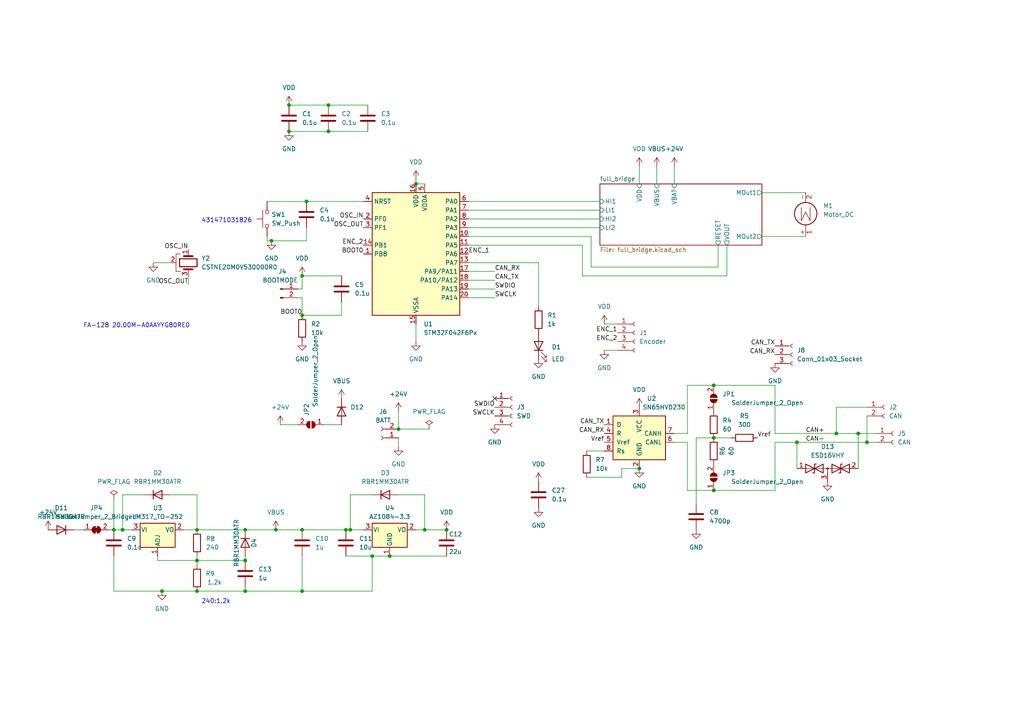
<source format=kicad_sch>
(kicad_sch (version 20230121) (generator eeschema)
  (paper "A4")
  (lib_symbols
    (symbol "Connector:Conn_01x02_Pin" (pin_names (offset 1.016) hide)
      (property "Reference" "J" (at 0 2.54 0))
      (property "Value" "Conn_01x02_Pin" (at 0 -5.08 0))
      (symbol "Conn_01x02_Pin_1_1"
        (polyline (pts (xy 1.27 -2.54) (xy 0.8636 -2.54)) (stroke (width 0.1524)))
        (polyline (pts (xy 1.27 0) (xy 0.8636 0)) (stroke (width 0.1524)))
        (rectangle (start 0.8636 -2.413) (end 0 -2.667) (stroke (width 0.1524)) (fill (type outline)))
        (rectangle (start 0.8636 0.127) (end 0 -0.127) (stroke (width 0.1524)) (fill (type outline)))
        (pin passive line (at 5.08 0 180) (length 3.81) (name "Pin_1") (number "1"))
        (pin passive line (at 5.08 -2.54 180) (length 3.81) (name "Pin_2") (number "2"))
      )
    )
    (symbol "Connector:Conn_01x02_Socket" (pin_names (offset 1.016) hide)
      (property "Reference" "J" (at 0 2.54 0))
      (property "Value" "Conn_01x02_Socket" (at 0 -5.08 0))
      (symbol "Conn_01x02_Socket_1_1"
        (arc (start 0 -2.032) (mid -0.5058 -2.54) (end 0 -3.048) (stroke (width 0.1524)))
        (polyline (pts (xy -1.27 -2.54) (xy -0.508 -2.54)) (stroke (width 0.1524)))
        (polyline (pts (xy -1.27 0) (xy -0.508 0)) (stroke (width 0.1524)))
        (arc (start 0 0.508) (mid -0.5058 0) (end 0 -0.508) (stroke (width 0.1524)))
        (pin passive line (at -5.08 0 0) (length 3.81) (name "Pin_1") (number "1"))
        (pin passive line (at -5.08 -2.54 0) (length 3.81) (name "Pin_2") (number "2"))
      )
    )
    (symbol "Connector:Conn_01x03_Socket" (pin_names (offset 1.016) hide)
      (property "Reference" "J" (at 0 5.08 0))
      (property "Value" "Conn_01x03_Socket" (at 0 -5.08 0))
      (symbol "Conn_01x03_Socket_1_1"
        (arc (start 0 -2.032) (mid -0.5058 -2.54) (end 0 -3.048) (stroke (width 0.1524)))
        (polyline (pts (xy -1.27 -2.54) (xy -0.508 -2.54)) (stroke (width 0.1524)))
        (polyline (pts (xy -1.27 0) (xy -0.508 0)) (stroke (width 0.1524)))
        (polyline (pts (xy -1.27 2.54) (xy -0.508 2.54)) (stroke (width 0.1524)))
        (arc (start 0 0.508) (mid -0.5058 0) (end 0 -0.508) (stroke (width 0.1524)))
        (arc (start 0 3.048) (mid -0.5058 2.54) (end 0 2.032) (stroke (width 0.1524)))
        (pin passive line (at -5.08 2.54 0) (length 3.81) (name "Pin_1") (number "1"))
        (pin passive line (at -5.08 0 0) (length 3.81) (name "Pin_2") (number "2"))
        (pin passive line (at -5.08 -2.54 0) (length 3.81) (name "Pin_3") (number "3"))
      )
    )
    (symbol "Connector:Conn_01x04_Socket" (pin_names (offset 1.016) hide)
      (property "Reference" "J" (at 0 5.08 0))
      (property "Value" "Conn_01x04_Socket" (at 0 -7.62 0))
      (symbol "Conn_01x04_Socket_1_1"
        (arc (start 0 -4.572) (mid -0.5058 -5.08) (end 0 -5.588) (stroke (width 0.1524)))
        (arc (start 0 -2.032) (mid -0.5058 -2.54) (end 0 -3.048) (stroke (width 0.1524)))
        (polyline (pts (xy -1.27 -5.08) (xy -0.508 -5.08)) (stroke (width 0.1524)))
        (polyline (pts (xy -1.27 -2.54) (xy -0.508 -2.54)) (stroke (width 0.1524)))
        (polyline (pts (xy -1.27 0) (xy -0.508 0)) (stroke (width 0.1524)))
        (polyline (pts (xy -1.27 2.54) (xy -0.508 2.54)) (stroke (width 0.1524)))
        (arc (start 0 0.508) (mid -0.5058 0) (end 0 -0.508) (stroke (width 0.1524)))
        (arc (start 0 3.048) (mid -0.5058 2.54) (end 0 2.032) (stroke (width 0.1524)))
        (pin passive line (at -5.08 2.54 0) (length 3.81) (name "Pin_1") (number "1"))
        (pin passive line (at -5.08 0 0) (length 3.81) (name "Pin_2") (number "2"))
        (pin passive line (at -5.08 -2.54 0) (length 3.81) (name "Pin_3") (number "3"))
        (pin passive line (at -5.08 -5.08 0) (length 3.81) (name "Pin_4") (number "4"))
      )
    )
    (symbol "Device:C" (pin_numbers hide) (pin_names (offset 0.254))
      (property "Reference" "C" (at 0.635 2.54 0))
      (property "Value" "C" (at 0.635 -2.54 0))
      (symbol "C_0_1"
        (polyline (pts (xy -2.032 -0.762) (xy 2.032 -0.762)) (stroke (width 0.508)))
        (polyline (pts (xy -2.032 0.762) (xy 2.032 0.762)) (stroke (width 0.508)))
      )
      (symbol "C_1_1"
        (pin passive line (at 0 3.81 270) (length 2.794) (name "~") (number "1"))
        (pin passive line (at 0 -3.81 90) (length 2.794) (name "~") (number "2"))
      )
    )
    (symbol "Device:Crystal_GND2" (pin_names (offset 1.016) hide)
      (property "Reference" "Y" (at 0 5.715 0))
      (property "Value" "Crystal_GND2" (at 0 3.81 0))
      (symbol "Crystal_GND2_0_1"
        (rectangle (start -1.143 2.54) (end 1.143 -2.54) (stroke (width 0.3048)))
        (polyline (pts (xy -2.54 0) (xy -1.905 0)))
        (polyline (pts (xy -1.905 -1.27) (xy -1.905 1.27)) (stroke (width 0.508)))
        (polyline (pts (xy 0 -3.81) (xy 0 -3.556)))
        (polyline (pts (xy 1.905 0) (xy 2.54 0)))
        (polyline (pts (xy 1.905 1.27) (xy 1.905 -1.27)) (stroke (width 0.508)))
        (polyline (pts (xy -2.54 -2.286) (xy -2.54 -3.556) (xy 2.54 -3.556) (xy 2.54 -2.286)))
      )
      (symbol "Crystal_GND2_1_1"
        (pin passive line (at -3.81 0 0) (length 1.27) (name "1") (number "1"))
        (pin passive line (at 0 -5.08 90) (length 1.27) (name "2") (number "2"))
        (pin passive line (at 3.81 0 180) (length 1.27) (name "3") (number "3"))
      )
    )
    (symbol "Device:D" (pin_numbers hide) (pin_names (offset 1.016) hide)
      (property "Reference" "D" (at 0 2.54 0))
      (property "Value" "D" (at 0 -2.54 0))
      (symbol "D_0_1"
        (polyline (pts (xy -1.27 1.27) (xy -1.27 -1.27)) (stroke (width 0.254)))
        (polyline (pts (xy 1.27 0) (xy -1.27 0)))
        (polyline (pts (xy 1.27 1.27) (xy 1.27 -1.27) (xy -1.27 0) (xy 1.27 1.27)) (stroke (width 0.254)))
      )
      (symbol "D_1_1"
        (pin passive line (at -3.81 0 0) (length 2.54) (name "K") (number "1"))
        (pin passive line (at 3.81 0 180) (length 2.54) (name "A") (number "2"))
      )
    )
    (symbol "Device:D_TVS_Dual_AAC" (pin_names (offset 1.016) hide)
      (property "Reference" "D" (at 0 4.445 0))
      (property "Value" "D_TVS_Dual_AAC" (at 0 2.54 0))
      (symbol "D_TVS_Dual_AAC_0_0"
        (polyline (pts (xy 0 -1.27) (xy 0 0)))
      )
      (symbol "D_TVS_Dual_AAC_0_1"
        (polyline (pts (xy -6.35 0) (xy 6.35 0)))
        (polyline (pts (xy -3.302 1.27) (xy -3.81 1.27) (xy -3.81 -1.27) (xy -4.318 -1.27)) (stroke (width 0.254)))
        (polyline (pts (xy 4.318 1.27) (xy 3.81 1.27) (xy 3.81 -1.27) (xy 3.302 -1.27)) (stroke (width 0.254)))
        (polyline (pts (xy -6.35 1.27) (xy -1.27 -1.27) (xy -1.27 1.27) (xy -6.35 -1.27) (xy -6.35 1.27)) (stroke (width 0.254)))
        (polyline (pts (xy 6.35 1.27) (xy 1.27 -1.27) (xy 1.27 1.27) (xy 6.35 -1.27) (xy 6.35 1.27)) (stroke (width 0.254)))
        (circle (center 0 0) (radius 0.254) (fill (type outline)))
      )
      (symbol "D_TVS_Dual_AAC_1_1"
        (pin passive line (at -8.89 0 0) (length 2.54) (name "A1") (number "1"))
        (pin passive line (at 8.89 0 180) (length 2.54) (name "A2") (number "2"))
        (pin input line (at 0 -3.81 90) (length 2.54) (name "common") (number "3"))
      )
    )
    (symbol "Device:LED" (pin_numbers hide) (pin_names (offset 1.016) hide)
      (property "Reference" "D" (at 0 2.54 0))
      (property "Value" "LED" (at 0 -2.54 0))
      (symbol "LED_0_1"
        (polyline (pts (xy -1.27 -1.27) (xy -1.27 1.27)) (stroke (width 0.254)))
        (polyline (pts (xy -1.27 0) (xy 1.27 0)))
        (polyline (pts (xy 1.27 -1.27) (xy 1.27 1.27) (xy -1.27 0) (xy 1.27 -1.27)) (stroke (width 0.254)))
        (polyline (pts (xy -3.048 -0.762) (xy -4.572 -2.286) (xy -3.81 -2.286) (xy -4.572 -2.286) (xy -4.572 -1.524)))
        (polyline (pts (xy -1.778 -0.762) (xy -3.302 -2.286) (xy -2.54 -2.286) (xy -3.302 -2.286) (xy -3.302 -1.524)))
      )
      (symbol "LED_1_1"
        (pin passive line (at -3.81 0 0) (length 2.54) (name "K") (number "1"))
        (pin passive line (at 3.81 0 180) (length 2.54) (name "A") (number "2"))
      )
    )
    (symbol "Device:R" (pin_numbers hide) (pin_names (offset 0))
      (property "Reference" "R" (at 2.032 0 90))
      (property "Value" "R" (at 0 0 90))
      (symbol "R_0_1"
        (rectangle (start -1.016 -2.54) (end 1.016 2.54) (stroke (width 0.254)))
      )
      (symbol "R_1_1"
        (pin passive line (at 0 3.81 270) (length 1.27) (name "~") (number "1"))
        (pin passive line (at 0 -3.81 90) (length 1.27) (name "~") (number "2"))
      )
    )
    (symbol "Interface_CAN_LIN:SN65HVD230" (pin_names (offset 1.016))
      (property "Reference" "U" (at -2.54 10.16 0))
      (property "Value" "SN65HVD230" (at -2.54 7.62 0))
      (symbol "SN65HVD230_0_1"
        (rectangle (start -7.62 5.08) (end 7.62 -7.62) (stroke (width 0.254)) (fill (type background)))
      )
      (symbol "SN65HVD230_1_1"
        (pin input line (at -10.16 2.54 0) (length 2.54) (name "D") (number "1"))
        (pin power_in line (at 0 -10.16 90) (length 2.54) (name "GND") (number "2"))
        (pin power_in line (at 0 7.62 270) (length 2.54) (name "VCC") (number "3"))
        (pin output line (at -10.16 0 0) (length 2.54) (name "R") (number "4"))
        (pin output line (at -10.16 -2.54 0) (length 2.54) (name "Vref") (number "5"))
        (pin bidirectional line (at 10.16 -2.54 180) (length 2.54) (name "CANL") (number "6"))
        (pin bidirectional line (at 10.16 0 180) (length 2.54) (name "CANH") (number "7"))
        (pin input line (at -10.16 -5.08 0) (length 2.54) (name "Rs") (number "8"))
      )
    )
    (symbol "Jumper:SolderJumper_2_Bridged" (pin_names (offset 0) hide)
      (property "Reference" "JP" (at 0 2.032 0))
      (property "Value" "SolderJumper_2_Bridged" (at 0 -2.54 0))
      (symbol "SolderJumper_2_Bridged_0_1"
        (rectangle (start -0.508 0.508) (end 0.508 -0.508) (fill (type outline)))
        (arc (start -0.254 1.016) (mid -1.2656 0) (end -0.254 -1.016))
        (arc (start -0.254 1.016) (mid -1.2656 0) (end -0.254 -1.016) (fill (type outline)))
        (polyline (pts (xy -0.254 1.016) (xy -0.254 -1.016)))
        (polyline (pts (xy 0.254 1.016) (xy 0.254 -1.016)))
        (arc (start 0.254 -1.016) (mid 1.2656 0) (end 0.254 1.016))
        (arc (start 0.254 -1.016) (mid 1.2656 0) (end 0.254 1.016) (fill (type outline)))
      )
      (symbol "SolderJumper_2_Bridged_1_1"
        (pin passive line (at -3.81 0 0) (length 2.54) (name "A") (number "1"))
        (pin passive line (at 3.81 0 180) (length 2.54) (name "B") (number "2"))
      )
    )
    (symbol "Jumper:SolderJumper_2_Open" (pin_names (offset 0) hide)
      (property "Reference" "JP" (at 0 2.032 0))
      (property "Value" "SolderJumper_2_Open" (at 0 -2.54 0))
      (symbol "SolderJumper_2_Open_0_1"
        (arc (start -0.254 1.016) (mid -1.2656 0) (end -0.254 -1.016))
        (arc (start -0.254 1.016) (mid -1.2656 0) (end -0.254 -1.016) (fill (type outline)))
        (polyline (pts (xy -0.254 1.016) (xy -0.254 -1.016)))
        (polyline (pts (xy 0.254 1.016) (xy 0.254 -1.016)))
        (arc (start 0.254 -1.016) (mid 1.2656 0) (end 0.254 1.016))
        (arc (start 0.254 -1.016) (mid 1.2656 0) (end 0.254 1.016) (fill (type outline)))
      )
      (symbol "SolderJumper_2_Open_1_1"
        (pin passive line (at -3.81 0 0) (length 2.54) (name "A") (number "1"))
        (pin passive line (at 3.81 0 180) (length 2.54) (name "B") (number "2"))
      )
    )
    (symbol "MCU_ST_STM32F0:STM32F042F6Px"
      (property "Reference" "U" (at -12.7 19.05 0))
      (property "Value" "STM32F042F6Px" (at 5.08 19.05 0))
      (symbol "STM32F042F6Px_0_1"
        (rectangle (start -12.7 -17.78) (end 12.7 17.78) (stroke (width 0.254)) (fill (type background)))
      )
      (symbol "STM32F042F6Px_1_1"
        (pin bidirectional line (at -15.24 0 0) (length 2.54) (name "PB8") (number "1"))
        (pin bidirectional line (at 15.24 5.08 180) (length 2.54) (name "PA4") (number "10"))
        (pin bidirectional line (at 15.24 2.54 180) (length 2.54) (name "PA5") (number "11"))
        (pin bidirectional line (at 15.24 0 180) (length 2.54) (name "PA6") (number "12"))
        (pin bidirectional line (at 15.24 -2.54 180) (length 2.54) (name "PA7") (number "13"))
        (pin bidirectional line (at -15.24 2.54 0) (length 2.54) (name "PB1") (number "14"))
        (pin power_in line (at 0 -20.32 90) (length 2.54) (name "VSSA") (number "15"))
        (pin power_in line (at 0 20.32 270) (length 2.54) (name "VDD") (number "16"))
        (pin bidirectional line (at 15.24 -5.08 180) (length 2.54) (name "PA9/PA11") (number "17"))
        (pin bidirectional line (at 15.24 -7.62 180) (length 2.54) (name "PA10/PA12") (number "18"))
        (pin bidirectional line (at 15.24 -10.16 180) (length 2.54) (name "PA13") (number "19"))
        (pin bidirectional line (at -15.24 10.16 0) (length 2.54) (name "PF0") (number "2"))
        (pin bidirectional line (at 15.24 -12.7 180) (length 2.54) (name "PA14") (number "20"))
        (pin bidirectional line (at -15.24 7.62 0) (length 2.54) (name "PF1") (number "3"))
        (pin input line (at -15.24 15.24 0) (length 2.54) (name "NRST") (number "4"))
        (pin power_in line (at 2.54 20.32 270) (length 2.54) (name "VDDA") (number "5"))
        (pin bidirectional line (at 15.24 15.24 180) (length 2.54) (name "PA0") (number "6"))
        (pin bidirectional line (at 15.24 12.7 180) (length 2.54) (name "PA1") (number "7"))
        (pin bidirectional line (at 15.24 10.16 180) (length 2.54) (name "PA2") (number "8"))
        (pin bidirectional line (at 15.24 7.62 180) (length 2.54) (name "PA3") (number "9"))
      )
    )
    (symbol "Motor:Motor_DC" (pin_names (offset 0))
      (property "Reference" "M" (at 2.54 2.54 0))
      (property "Value" "Motor_DC" (at 2.54 -5.08 0))
      (symbol "Motor_DC_0_0"
        (polyline (pts (xy -1.27 -3.302) (xy -1.27 0.508) (xy 0 -2.032) (xy 1.27 0.508) (xy 1.27 -3.302)))
      )
      (symbol "Motor_DC_0_1"
        (circle (center 0 -1.524) (radius 3.2512) (stroke (width 0.254)))
        (polyline (pts (xy 0 -7.62) (xy 0 -7.112)))
        (polyline (pts (xy 0 -4.7752) (xy 0 -5.1816)))
        (polyline (pts (xy 0 1.7272) (xy 0 2.0828)))
        (polyline (pts (xy 0 2.032) (xy 0 2.54)))
      )
      (symbol "Motor_DC_1_1"
        (pin passive line (at 0 5.08 270) (length 2.54) (name "+") (number "1"))
        (pin passive line (at 0 -7.62 90) (length 2.54) (name "-") (number "2"))
      )
    )
    (symbol "Regulator_Linear:AZ1084-3.3" (pin_names (offset 0.254))
      (property "Reference" "U" (at -3.81 3.175 0))
      (property "Value" "AZ1084-3.3" (at 0 3.175 0))
      (symbol "AZ1084-3.3_0_1"
        (rectangle (start -5.08 1.905) (end 5.08 -5.08) (stroke (width 0.254)) (fill (type background)))
      )
      (symbol "AZ1084-3.3_1_1"
        (pin power_in line (at 0 -7.62 90) (length 2.54) (name "GND") (number "1"))
        (pin power_out line (at 7.62 0 180) (length 2.54) (name "VO") (number "2"))
        (pin power_in line (at -7.62 0 0) (length 2.54) (name "VI") (number "3"))
      )
    )
    (symbol "Regulator_Linear:LM317_TO-252" (pin_names (offset 0.254))
      (property "Reference" "U" (at -3.81 3.175 0))
      (property "Value" "LM317_TO-252" (at 0 3.175 0))
      (symbol "LM317_TO-252_0_1"
        (rectangle (start -5.08 1.905) (end 5.08 -5.08) (stroke (width 0.254)) (fill (type background)))
      )
      (symbol "LM317_TO-252_1_1"
        (pin input line (at 0 -7.62 90) (length 2.54) (name "ADJ") (number "1"))
        (pin power_out line (at 7.62 0 180) (length 2.54) (name "VO") (number "2"))
        (pin power_in line (at -7.62 0 0) (length 2.54) (name "VI") (number "3"))
      )
    )
    (symbol "Switch:SW_Push" (pin_numbers hide) (pin_names (offset 1.016) hide)
      (property "Reference" "SW" (at 1.27 2.54 0))
      (property "Value" "SW_Push" (at 0 -1.524 0))
      (symbol "SW_Push_0_1"
        (circle (center -2.032 0) (radius 0.508))
        (polyline (pts (xy 0 1.27) (xy 0 3.048)))
        (polyline (pts (xy 2.54 1.27) (xy -2.54 1.27)))
        (circle (center 2.032 0) (radius 0.508))
        (pin passive line (at -5.08 0 0) (length 2.54) (name "1") (number "1"))
        (pin passive line (at 5.08 0 180) (length 2.54) (name "2") (number "2"))
      )
    )
    (symbol "power:+24V" (power) (pin_names (offset 0))
      (property "Value" "+24V" (at 0 3.556 0))
      (symbol "+24V_0_1"
        (polyline (pts (xy -0.762 1.27) (xy 0 2.54)))
        (polyline (pts (xy 0 0) (xy 0 2.54)))
        (polyline (pts (xy 0 2.54) (xy 0.762 1.27)))
      )
      (symbol "+24V_1_1"
        (pin power_in line (at 0 0 90) (length 0) hide (name "+24V") (number "1"))
      )
    )
    (symbol "power:GND" (power) (pin_names (offset 0))
      (property "Value" "GND" (at 0 -3.81 0))
      (symbol "GND_0_1"
        (polyline (pts (xy 0 0) (xy 0 -1.27) (xy 1.27 -1.27) (xy 0 -2.54) (xy -1.27 -1.27) (xy 0 -1.27)))
      )
      (symbol "GND_1_1"
        (pin power_in line (at 0 0 270) (length 0) hide (name "GND") (number "1"))
      )
    )
    (symbol "power:PWR_FLAG" (power) (pin_numbers hide) (pin_names (offset 0) hide)
      (property "Value" "PWR_FLAG" (at 0 3.81 0))
      (symbol "PWR_FLAG_0_0"
        (pin power_out line (at 0 0 90) (length 0) (name "pwr") (number "1"))
      )
      (symbol "PWR_FLAG_0_1"
        (polyline (pts (xy 0 0) (xy 0 1.27) (xy -1.016 1.905) (xy 0 2.54) (xy 1.016 1.905) (xy 0 1.27)))
      )
    )
    (symbol "power:VBUS" (power) (pin_names (offset 0))
      (property "Value" "VBUS" (at 0 3.81 0))
      (symbol "VBUS_0_1"
        (polyline (pts (xy -0.762 1.27) (xy 0 2.54)))
        (polyline (pts (xy 0 0) (xy 0 2.54)))
        (polyline (pts (xy 0 2.54) (xy 0.762 1.27)))
      )
      (symbol "VBUS_1_1"
        (pin power_in line (at 0 0 90) (length 0) hide (name "VBUS") (number "1"))
      )
    )
    (symbol "power:VDD" (power) (pin_names (offset 0))
      (property "Value" "VDD" (at 0 3.81 0))
      (symbol "VDD_0_1"
        (polyline (pts (xy -0.762 1.27) (xy 0 2.54)))
        (polyline (pts (xy 0 0) (xy 0 2.54)))
        (polyline (pts (xy 0 2.54) (xy 0.762 1.27)))
      )
      (symbol "VDD_1_1"
        (pin power_in line (at 0 0 90) (length 0) hide (name "VDD") (number "1"))
      )
    )
  )
  (junction (at 57.15 171.45))
  (junction (at 129.54 153.67))
  (junction (at 185.42 135.89))
  (junction (at 71.12 153.67))
  (junction (at 120.65 53.34))
  (junction (at 207.01 142.24))
  (junction (at 115.57 124.46))
  (junction (at 87.63 153.67))
  (junction (at 100.33 153.67))
  (junction (at 71.12 171.45))
  (junction (at 33.02 153.67))
  (junction (at 95.25 30.48))
  (junction (at 71.12 162.56))
  (junction (at 242.57 125.73))
  (junction (at 57.15 162.56))
  (junction (at 88.9 58.42))
  (junction (at 207.01 127))
  (junction (at 46.99 171.45))
  (junction (at 83.82 30.48))
  (junction (at 87.63 171.45))
  (junction (at 207.01 111.76))
  (junction (at 107.95 161.29))
  (junction (at 78.74 69.85))
  (junction (at 251.46 128.27))
  (junction (at 231.14 128.27))
  (junction (at 80.01 153.67))
  (junction (at 87.63 91.44))
  (junction (at 123.19 153.67))
  (junction (at 113.03 161.29))
  (junction (at 57.15 153.67))
  (junction (at 87.63 80.01))
  (junction (at 95.25 38.1))
  (junction (at 35.56 153.67))
  (junction (at 248.92 125.73))
  (junction (at 101.6 153.67))
  (junction (at 83.82 38.1))
  (no_connect (at 143.51 115.57))
  (wire (pts (xy 81.28 123.19) (xy 86.36 123.19)))
  (wire (pts (xy 168.91 71.12) (xy 168.91 80.01)))
  (wire (pts (xy 77.47 68.58) (xy 77.47 69.85)))
  (wire (pts (xy 107.95 171.45) (xy 107.95 161.29)))
  (wire (pts (xy 99.06 123.19) (xy 93.98 123.19)))
  (wire (pts (xy 170.18 138.43) (xy 180.34 138.43)))
  (wire (pts (xy 251.46 120.65) (xy 251.46 128.27)))
  (wire (pts (xy 231.14 128.27) (xy 251.46 128.27)))
  (wire (pts (xy 156.21 76.2) (xy 156.21 88.9)))
  (wire (pts (xy 135.89 71.12) (xy 168.91 71.12)))
  (wire (pts (xy 77.47 69.85) (xy 78.74 69.85)))
  (wire (pts (xy 135.89 68.58) (xy 171.45 68.58)))
  (wire (pts (xy 224.79 111.76) (xy 224.79 125.73)))
  (wire (pts (xy 78.74 69.85) (xy 88.9 69.85)))
  (wire (pts (xy 210.82 80.01) (xy 210.82 71.12)))
  (wire (pts (xy 195.58 125.73) (xy 199.39 125.73)))
  (wire (pts (xy 87.63 86.36) (xy 87.63 91.44)))
  (wire (pts (xy 171.45 77.47) (xy 208.28 77.47)))
  (wire (pts (xy 87.63 171.45) (xy 107.95 171.45)))
  (wire (pts (xy 115.57 119.38) (xy 115.57 124.46)))
  (wire (pts (xy 77.47 58.42) (xy 88.9 58.42)))
  (wire (pts (xy 83.82 38.1) (xy 95.25 38.1)))
  (wire (pts (xy 135.89 66.04) (xy 173.99 66.04)))
  (wire (pts (xy 88.9 66.04) (xy 88.9 69.85)))
  (wire (pts (xy 207.01 127) (xy 212.09 127)))
  (wire (pts (xy 190.5 48.26) (xy 190.5 53.34)))
  (wire (pts (xy 199.39 125.73) (xy 199.39 111.76)))
  (wire (pts (xy 87.63 80.01) (xy 99.06 80.01)))
  (wire (pts (xy 171.45 68.58) (xy 171.45 77.47)))
  (wire (pts (xy 123.19 153.67) (xy 129.54 153.67)))
  (wire (pts (xy 57.15 171.45) (xy 71.12 171.45)))
  (wire (pts (xy 46.99 171.45) (xy 57.15 171.45)))
  (wire (pts (xy 175.26 93.98) (xy 179.07 93.98)))
  (wire (pts (xy 135.89 58.42) (xy 173.99 58.42)))
  (wire (pts (xy 87.63 153.67) (xy 100.33 153.67)))
  (wire (pts (xy 224.79 142.24) (xy 224.79 128.27)))
  (wire (pts (xy 44.45 76.2) (xy 49.53 76.2)))
  (wire (pts (xy 45.72 162.56) (xy 57.15 162.56)))
  (wire (pts (xy 135.89 86.36) (xy 143.51 86.36)))
  (wire (pts (xy 54.61 80.01) (xy 54.61 82.55)))
  (wire (pts (xy 135.89 63.5) (xy 173.99 63.5)))
  (wire (pts (xy 170.18 130.81) (xy 175.26 130.81)))
  (wire (pts (xy 57.15 162.56) (xy 57.15 163.83)))
  (wire (pts (xy 100.33 153.67) (xy 101.6 153.67)))
  (wire (pts (xy 185.42 48.26) (xy 185.42 53.34)))
  (wire (pts (xy 33.02 153.67) (xy 35.56 153.67)))
  (wire (pts (xy 231.14 128.27) (xy 231.14 135.89)))
  (wire (pts (xy 86.36 83.82) (xy 87.63 83.82)))
  (wire (pts (xy 99.06 87.63) (xy 99.06 91.44)))
  (wire (pts (xy 115.57 143.51) (xy 123.19 143.51)))
  (wire (pts (xy 107.95 161.29) (xy 113.03 161.29)))
  (wire (pts (xy 207.01 142.24) (xy 224.79 142.24)))
  (wire (pts (xy 33.02 144.78) (xy 33.02 153.67)))
  (wire (pts (xy 195.58 128.27) (xy 199.39 128.27)))
  (wire (pts (xy 199.39 111.76) (xy 207.01 111.76)))
  (wire (pts (xy 53.34 153.67) (xy 57.15 153.67)))
  (wire (pts (xy 120.65 153.67) (xy 123.19 153.67)))
  (wire (pts (xy 80.01 153.67) (xy 87.63 153.67)))
  (wire (pts (xy 135.89 83.82) (xy 143.51 83.82)))
  (wire (pts (xy 168.91 80.01) (xy 210.82 80.01)))
  (wire (pts (xy 224.79 128.27) (xy 231.14 128.27)))
  (wire (pts (xy 123.19 143.51) (xy 123.19 153.67)))
  (wire (pts (xy 21.59 153.67) (xy 24.13 153.67)))
  (wire (pts (xy 175.26 101.6) (xy 179.07 101.6)))
  (wire (pts (xy 86.36 86.36) (xy 87.63 86.36)))
  (wire (pts (xy 199.39 128.27) (xy 199.39 142.24)))
  (wire (pts (xy 71.12 171.45) (xy 87.63 171.45)))
  (wire (pts (xy 88.9 58.42) (xy 105.41 58.42)))
  (wire (pts (xy 207.01 111.76) (xy 224.79 111.76)))
  (wire (pts (xy 135.89 76.2) (xy 156.21 76.2)))
  (wire (pts (xy 101.6 153.67) (xy 105.41 153.67)))
  (wire (pts (xy 135.89 60.96) (xy 173.99 60.96)))
  (wire (pts (xy 248.92 125.73) (xy 254 125.73)))
  (wire (pts (xy 57.15 153.67) (xy 71.12 153.67)))
  (wire (pts (xy 120.65 93.98) (xy 120.65 99.06)))
  (wire (pts (xy 71.12 153.67) (xy 80.01 153.67)))
  (wire (pts (xy 33.02 171.45) (xy 46.99 171.45)))
  (wire (pts (xy 87.63 83.82) (xy 87.63 80.01)))
  (wire (pts (xy 49.53 143.51) (xy 57.15 143.51)))
  (wire (pts (xy 33.02 161.29) (xy 33.02 171.45)))
  (wire (pts (xy 220.98 55.88) (xy 233.68 55.88)))
  (wire (pts (xy 120.65 52.07) (xy 120.65 53.34)))
  (wire (pts (xy 95.25 38.1) (xy 106.68 38.1)))
  (wire (pts (xy 71.12 161.29) (xy 71.12 162.56)))
  (wire (pts (xy 45.72 162.56) (xy 45.72 161.29)))
  (wire (pts (xy 199.39 142.24) (xy 207.01 142.24)))
  (wire (pts (xy 57.15 143.51) (xy 57.15 153.67)))
  (wire (pts (xy 195.58 48.26) (xy 195.58 53.34)))
  (wire (pts (xy 35.56 153.67) (xy 38.1 153.67)))
  (wire (pts (xy 115.57 127) (xy 115.57 129.54)))
  (wire (pts (xy 87.63 171.45) (xy 87.63 161.29)))
  (wire (pts (xy 135.89 78.74) (xy 143.51 78.74)))
  (wire (pts (xy 35.56 153.67) (xy 35.56 143.51)))
  (wire (pts (xy 242.57 125.73) (xy 248.92 125.73)))
  (wire (pts (xy 224.79 125.73) (xy 242.57 125.73)))
  (wire (pts (xy 113.03 161.29) (xy 129.54 161.29)))
  (wire (pts (xy 251.46 128.27) (xy 254 128.27)))
  (wire (pts (xy 220.98 68.58) (xy 233.68 68.58)))
  (wire (pts (xy 115.57 124.46) (xy 124.46 124.46)))
  (wire (pts (xy 83.82 30.48) (xy 95.25 30.48)))
  (wire (pts (xy 242.57 125.73) (xy 242.57 118.11)))
  (wire (pts (xy 201.93 146.05) (xy 201.93 127)))
  (wire (pts (xy 208.28 77.47) (xy 208.28 71.12)))
  (wire (pts (xy 201.93 127) (xy 207.01 127)))
  (wire (pts (xy 135.89 81.28) (xy 143.51 81.28)))
  (wire (pts (xy 35.56 143.51) (xy 41.91 143.51)))
  (wire (pts (xy 71.12 170.18) (xy 71.12 171.45)))
  (wire (pts (xy 31.75 153.67) (xy 33.02 153.67)))
  (wire (pts (xy 100.33 161.29) (xy 107.95 161.29)))
  (wire (pts (xy 248.92 125.73) (xy 248.92 135.89)))
  (wire (pts (xy 57.15 162.56) (xy 71.12 162.56)))
  (wire (pts (xy 101.6 143.51) (xy 101.6 153.67)))
  (wire (pts (xy 95.25 30.48) (xy 106.68 30.48)))
  (wire (pts (xy 180.34 138.43) (xy 180.34 135.89)))
  (wire (pts (xy 120.65 53.34) (xy 123.19 53.34)))
  (wire (pts (xy 87.63 91.44) (xy 99.06 91.44)))
  (wire (pts (xy 242.57 118.11) (xy 251.46 118.11)))
  (wire (pts (xy 57.15 161.29) (xy 57.15 162.56)))
  (wire (pts (xy 107.95 143.51) (xy 101.6 143.51)))
  (wire (pts (xy 180.34 135.89) (xy 185.42 135.89)))
  (text "431471031826" (at 58.42 64.77 0) (effects (font (size 1.27 1.27)) (justify left bottom)))
  (text "240:1.2k" (at 58.42 175.26 0) (effects (font (size 1.27 1.27)) (justify left bottom)))
  (text "FA-128 20.00M-A0AAYYG80RE0" (at 24.13 95.25 0) (effects (font (size 1.27 1.27)) (justify left bottom)))
  (label "OSC_IN" (at 105.41 63.5 180))
  (label "SWDIO" (at 143.51 83.82 0))
  (label "OSC_OUT" (at 54.61 82.55 180))
  (label "Vref" (at 175.26 128.27 180))
  (label "CAN_RX" (at 143.51 78.74 0))
  (label "SWDIO" (at 143.51 118.11 180))
  (label "CAN+" (at 233.68 125.73 0))
  (label "OSC_OUT" (at 105.41 66.04 180))
  (label "CAN_RX" (at 175.26 125.73 180))
  (label "CAN-" (at 233.68 128.27 0))
  (label "SWCLK" (at 143.51 120.65 180))
  (label "CAN_RX" (at 224.79 102.87 180))
  (label "BOOT0" (at 105.41 73.66 180))
  (label "CAN_TX" (at 175.26 123.19 180))
  (label "ENC_1" (at 179.07 96.52 180))
  (label "ENC_2" (at 179.07 99.06 180))
  (label "ENC_2" (at 105.41 71.12 180))
  (label "Vref" (at 219.71 127 0))
  (label "ENC_1" (at 135.89 73.66 0))
  (label "OSC_IN" (at 54.61 72.39 180))
  (label "BOOT0" (at 87.63 91.44 180))
  (label "SWCLK" (at 143.51 86.36 0))
  (label "CAN_TX" (at 224.79 100.33 180))
  (label "CAN_TX" (at 143.51 81.28 0))
  (symbol (lib_id "Device:D") (at 71.12 157.48 270) (unit 1)
    (property "Reference" "D4" (at 73.66 157.48 0))
    (property "Value" "RBR1MM30ATR" (at 68.58 157.48 0))
    (property "Footprint" "Diode_SMD:D_SOD-123F" (effects hide))
    (property "Sim.Device" "D" (effects hide))
    (property "Sim.Pins" "1=K 2=A" (effects hide))
  )
  (symbol (lib_id "Device:D") (at 45.72 143.51 0) (unit 1)
    (property "Reference" "D2" (at 45.72 137.16 0))
    (property "Value" "RBR1MM30ATR" (at 45.72 139.7 0))
    (property "Footprint" "Diode_SMD:D_SOD-123F" (effects hide))
    (property "Sim.Device" "D" (effects hide))
    (property "Sim.Pins" "1=K 2=A" (effects hide))
  )
  (symbol (lib_id "power:+24V") (at 13.97 153.67 0) (unit 1)
    (property "Reference" "#PWR022" (effects hide))
    (property "Value" "+24V" (at 13.97 148.59 0))
  )
  (symbol (lib_id "Jumper:SolderJumper_2_Open") (at 90.17 123.19 180) (unit 1)
    (property "Reference" "JP2" (at 88.9 120.65 90) (effects (justify right)))
    (property "Value" "SolderJumper_2_Open" (at 91.44 118.11 90) (effects (justify right)))
    (property "Footprint" "Jumper:SolderJumper-2_P1.3mm_Open_TrianglePad1.0x1.5mm" (effects hide))
  )
  (symbol (lib_id "Device:C") (at 129.54 157.48 0) (unit 1)
    (property "Reference" "C12" (at 130.175 154.94 0) (effects (justify left)))
    (property "Value" "22u" (at 130.175 160.02 0) (effects (justify left)))
    (property "Footprint" "Capacitor_SMD:C_1206_3216Metric_Pad1.33x1.80mm_HandSolder" (effects hide))
  )
  (symbol (lib_id "Regulator_Linear:AZ1084-3.3") (at 113.03 153.67 0) (unit 1)
    (property "Reference" "U4" (at 113.03 147.32 0))
    (property "Value" "AZ1084-3.3" (at 113.03 149.86 0))
    (property "Footprint" "Package_TO_SOT_SMD:TO-252-2" (effects hide))
    (property "Datasheet" "https://www.diodes.com/assets/Datasheets/AZ1084.pdf" (effects hide))
  )
  (symbol (lib_id "Device:R") (at 57.15 167.64 0) (unit 1)
    (property "Reference" "R9" (at 60.96 166.37 0))
    (property "Value" "1.2k" (at 62.23 168.91 0))
    (property "Footprint" "Resistor_SMD:R_0402_1005Metric_Pad0.72x0.64mm_HandSolder" (effects hide))
  )
  (symbol (lib_id "power:GND") (at 175.26 101.6 0) (unit 1)
    (property "Reference" "#PWR012" (effects hide))
    (property "Value" "GND" (at 175.26 106.68 0))
  )
  (symbol (lib_id "power:VBUS") (at 190.5 48.26 0) (unit 1)
    (property "Reference" "#PWR04" (effects hide))
    (property "Value" "VBUS" (at 190.5 43.18 0))
  )
  (symbol (lib_id "Device:C") (at 83.82 34.29 0) (unit 1)
    (property "Reference" "C1" (at 87.63 33.02 0) (effects (justify left)))
    (property "Value" "0.1u" (at 87.63 35.56 0) (effects (justify left)))
    (property "Footprint" "Capacitor_SMD:C_0603_1608Metric_Pad1.08x0.95mm_HandSolder" (effects hide))
  )
  (symbol (lib_id "power:VDD") (at 129.54 153.67 0) (unit 1)
    (property "Reference" "#PWR024" (effects hide))
    (property "Value" "VDD" (at 129.54 148.59 0))
  )
  (symbol (lib_id "Device:R") (at 57.15 157.48 0) (unit 1)
    (property "Reference" "R8" (at 59.69 156.21 0) (effects (justify left)))
    (property "Value" "240" (at 59.69 158.75 0) (effects (justify left)))
    (property "Footprint" "Resistor_SMD:R_0402_1005Metric_Pad0.72x0.64mm_HandSolder" (effects hide))
  )
  (symbol (lib_id "Motor:Motor_DC") (at 233.68 63.5 180) (unit 1)
    (property "Reference" "M1" (at 238.76 59.69 0) (effects (justify right)))
    (property "Value" "Motor_DC" (at 238.76 62.23 0) (effects (justify right)))
    (property "Footprint" "Connector_AMASS:AMASS_XT60PW-F_1x02_P7.20mm_Horizontal" (effects hide))
  )
  (symbol (lib_id "Connector:Conn_01x04_Socket") (at 148.59 118.11 0) (unit 1)
    (property "Reference" "J3" (at 149.86 118.11 0) (effects (justify left)))
    (property "Value" "SWD" (at 149.86 120.65 0) (effects (justify left)))
    (property "Footprint" "Connector_PinHeader_2.54mm:PinHeader_1x04_P2.54mm_Vertical" (effects hide))
  )
  (symbol (lib_id "power:GND") (at 201.93 153.67 0) (unit 1)
    (property "Reference" "#PWR025" (effects hide))
    (property "Value" "GND" (at 201.93 158.75 0))
  )
  (symbol (lib_id "Device:C") (at 201.93 149.86 0) (unit 1)
    (property "Reference" "C8" (at 205.74 148.59 0) (effects (justify left)))
    (property "Value" "4700p" (at 205.74 151.13 0) (effects (justify left)))
    (property "Footprint" "Capacitor_SMD:C_0603_1608Metric_Pad1.08x0.95mm_HandSolder" (effects hide))
  )
  (symbol (lib_id "Device:D_TVS_Dual_AAC") (at 240.03 135.89 0) (unit 1)
    (property "Reference" "D13" (at 240.03 129.54 0))
    (property "Value" "ESD16VHY" (at 240.03 132.08 0))
    (property "Footprint" "Package_TO_SOT_SMD:SOT-23-3" (effects hide))
  )
  (symbol (lib_id "Jumper:SolderJumper_2_Open") (at 207.01 115.57 90) (unit 1)
    (property "Reference" "JP1" (at 209.55 114.3 90) (effects (justify right)))
    (property "Value" "SolderJumper_2_Open" (at 212.09 116.84 90) (effects (justify right)))
    (property "Footprint" "Jumper:SolderJumper-2_P1.3mm_Open_TrianglePad1.0x1.5mm" (effects hide))
  )
  (symbol (lib_id "power:GND") (at 44.45 76.2 0) (unit 1)
    (property "Reference" "#PWR050" (effects hide))
    (property "Value" "GND" (at 44.45 81.28 0))
  )
  (symbol (lib_id "power:VDD") (at 175.26 93.98 0) (unit 1)
    (property "Reference" "#PWR09" (effects hide))
    (property "Value" "VDD" (at 175.26 88.9 0))
  )
  (symbol (lib_id "Device:R") (at 207.01 123.19 0) (unit 1)
    (property "Reference" "R4" (at 209.55 121.92 0) (effects (justify left)))
    (property "Value" "60" (at 209.55 124.46 0) (effects (justify left)))
    (property "Footprint" "Resistor_SMD:R_0402_1005Metric_Pad0.72x0.64mm_HandSolder" (effects hide))
  )
  (symbol (lib_id "Device:Crystal_GND2") (at 54.61 76.2 270) (unit 1)
    (property "Reference" "Y2" (at 58.42 74.93 90) (effects (justify left)))
    (property "Value" "CSTNE20M0V530000R0" (at 58.42 77.47 90) (effects (justify left)))
    (property "Footprint" "Crystal:Resonator_SMD_Murata_CSTxExxV-3Pin_3.0x1.1mm_HandSoldering" (effects hide))
  )
  (symbol (lib_id "Connector:Conn_01x02_Socket") (at 256.54 118.11 0) (unit 1)
    (property "Reference" "J2" (at 257.81 118.11 0) (effects (justify left)))
    (property "Value" "CAN" (at 257.81 120.65 0) (effects (justify left)))
    (property "Footprint" "Connector_JST:JST_XH_B2B-XH-AM_1x02_P2.50mm_Vertical" (effects hide))
  )
  (symbol (lib_id "power:GND") (at 143.51 123.19 0) (unit 1)
    (property "Reference" "#PWR019" (effects hide))
    (property "Value" "GND" (at 143.51 128.27 0))
  )
  (symbol (lib_id "Connector:Conn_01x04_Socket") (at 184.15 96.52 0) (unit 1)
    (property "Reference" "J1" (at 185.42 96.52 0) (effects (justify left)))
    (property "Value" "Encoder" (at 185.42 99.06 0) (effects (justify left)))
    (property "Footprint" "Connector_JST:JST_XH_B4B-XH-AM_1x04_P2.50mm_Vertical" (effects hide))
  )
  (symbol (lib_id "power:PWR_FLAG") (at 33.02 144.78 0) (unit 1)
    (property "Reference" "#FLG04" (effects hide))
    (property "Value" "PWR_FLAG" (at 33.02 139.7 0))
  )
  (symbol (lib_id "Device:R") (at 215.9 127 90) (unit 1)
    (property "Reference" "R5" (at 215.9 120.65 90))
    (property "Value" "300" (at 215.9 123.19 90))
    (property "Footprint" "Resistor_SMD:R_0402_1005Metric_Pad0.72x0.64mm_HandSolder" (effects hide))
  )
  (symbol (lib_id "power:GND") (at 46.99 171.45 0) (unit 1)
    (property "Reference" "#PWR026" (effects hide))
    (property "Value" "GND" (at 46.99 176.53 0))
  )
  (symbol (lib_id "Device:D") (at 17.78 153.67 180) (unit 1)
    (property "Reference" "D11" (at 17.78 147.32 0))
    (property "Value" "RBR1MM30ATR" (at 17.78 149.86 0))
    (property "Footprint" "Diode_SMD:D_SOD-123F" (effects hide))
    (property "Sim.Device" "D" (effects hide))
    (property "Sim.Pins" "1=K 2=A" (effects hide))
  )
  (symbol (lib_id "power:VDD") (at 120.65 52.07 0) (unit 1)
    (property "Reference" "#PWR06" (effects hide))
    (property "Value" "VDD" (at 120.65 46.99 0))
  )
  (symbol (lib_id "Device:D") (at 99.06 119.38 270) (unit 1)
    (property "Reference" "D12" (at 101.6 118.11 90) (effects (justify left)))
    (property "Value" "RBR1MM30ATR" (effects hide))
    (property "Footprint" "Diode_SMD:D_SOD-123F" (effects hide))
    (property "Sim.Device" "D" (effects hide))
    (property "Sim.Pins" "1=K 2=A" (effects hide))
  )
  (symbol (lib_id "power:VDD") (at 185.42 118.11 0) (unit 1)
    (property "Reference" "#PWR015" (effects hide))
    (property "Value" "VDD" (at 185.42 113.03 0))
  )
  (symbol (lib_id "Device:R") (at 87.63 95.25 0) (unit 1)
    (property "Reference" "R2" (at 90.17 93.98 0) (effects (justify left)))
    (property "Value" "10k" (at 90.17 96.52 0) (effects (justify left)))
    (property "Footprint" "Resistor_SMD:R_0402_1005Metric_Pad0.72x0.64mm_HandSolder" (effects hide))
  )
  (symbol (lib_id "power:VBUS") (at 99.06 115.57 0) (unit 1)
    (property "Reference" "#PWR017" (effects hide))
    (property "Value" "VBUS" (at 99.06 110.49 0))
  )
  (symbol (lib_id "Device:LED") (at 156.21 100.33 90) (unit 1)
    (property "Reference" "D1" (at 160.02 100.6475 90) (effects (justify right)))
    (property "Value" "LED" (at 160.02 104.14 90) (effects (justify right)))
    (property "Footprint" "LED_SMD:LED_0603_1608Metric_Pad1.05x0.95mm_HandSolder" (effects hide))
  )
  (symbol (lib_id "Device:C") (at 95.25 34.29 0) (unit 1)
    (property "Reference" "C2" (at 99.06 33.02 0) (effects (justify left)))
    (property "Value" "0.1u" (at 99.06 35.56 0) (effects (justify left)))
    (property "Footprint" "Capacitor_SMD:C_0603_1608Metric_Pad1.08x0.95mm_HandSolder" (effects hide))
  )
  (symbol (lib_id "Device:C") (at 106.68 34.29 0) (unit 1)
    (property "Reference" "C3" (at 110.49 33.02 0) (effects (justify left)))
    (property "Value" "0.1u" (at 110.49 35.56 0) (effects (justify left)))
    (property "Footprint" "Capacitor_SMD:C_0603_1608Metric_Pad1.08x0.95mm_HandSolder" (effects hide))
  )
  (symbol (lib_id "power:VDD") (at 83.82 30.48 0) (unit 1)
    (property "Reference" "#PWR01" (effects hide))
    (property "Value" "VDD" (at 83.82 25.4 0))
  )
  (symbol (lib_id "Device:C") (at 156.21 143.51 0) (unit 1)
    (property "Reference" "C27" (at 160.02 142.24 0) (effects (justify left)))
    (property "Value" "0.1u" (at 160.02 144.78 0) (effects (justify left)))
    (property "Footprint" "Capacitor_SMD:C_0603_1608Metric_Pad1.08x0.95mm_HandSolder" (effects hide))
  )
  (symbol (lib_id "Connector:Conn_01x02_Pin") (at 81.28 83.82 0) (unit 1)
    (property "Reference" "J4" (at 81.915 78.74 0))
    (property "Value" "BOOTMODE" (at 81.28 81.28 0))
    (property "Footprint" "Connector_PinHeader_2.54mm:PinHeader_1x02_P2.54mm_Vertical" (effects hide))
  )
  (symbol (lib_id "Interface_CAN_LIN:SN65HVD230") (at 185.42 125.73 0) (unit 1)
    (property "Reference" "U2" (at 187.6141 115.57 0) (effects (justify left)))
    (property "Value" "SN65HVD230" (at 186.3441 118.11 0) (effects (justify left)))
    (property "Footprint" "Package_SO:SOIC-8_3.9x4.9mm_P1.27mm" (effects hide))
    (property "Datasheet" "http://www.ti.com/lit/ds/symlink/sn65hvd230.pdf" (effects hide))
  )
  (symbol (lib_id "power:PWR_FLAG") (at 124.46 124.46 0) (unit 1)
    (property "Reference" "#FLG01" (effects hide))
    (property "Value" "PWR_FLAG" (at 124.46 119.38 0))
  )
  (symbol (lib_id "Device:C") (at 99.06 83.82 0) (unit 1)
    (property "Reference" "C5" (at 102.87 82.55 0) (effects (justify left)))
    (property "Value" "0.1u" (at 102.87 85.09 0) (effects (justify left)))
    (property "Footprint" "Capacitor_SMD:C_0603_1608Metric_Pad1.08x0.95mm_HandSolder" (effects hide))
  )
  (symbol (lib_id "power:GND") (at 115.57 129.54 0) (unit 1)
    (property "Reference" "#PWR020" (effects hide))
    (property "Value" "GND" (at 115.57 134.62 0))
  )
  (symbol (lib_id "Switch:SW_Push") (at 77.47 63.5 90) (unit 1)
    (property "Reference" "SW1" (at 78.74 62.23 90) (effects (justify right)))
    (property "Value" "SW_Push" (at 78.74 64.77 90) (effects (justify right)))
    (property "Footprint" "Button_Switch_SMD:SW_Push_1P1T_NO_6x6mm_H9.5mm" (effects hide))
  )
  (symbol (lib_id "Device:D") (at 111.76 143.51 0) (unit 1)
    (property "Reference" "D3" (at 111.76 137.16 0))
    (property "Value" "RBR1MM30ATR" (at 111.76 139.7 0))
    (property "Footprint" "Diode_SMD:D_SOD-123F" (effects hide))
    (property "Sim.Device" "D" (effects hide))
    (property "Sim.Pins" "1=K 2=A" (effects hide))
  )
  (symbol (lib_id "power:VDD") (at 87.63 80.01 0) (unit 1)
    (property "Reference" "#PWR08" (effects hide))
    (property "Value" "VDD" (at 87.63 74.93 0))
  )
  (symbol (lib_id "Device:R") (at 207.01 130.81 0) (unit 1)
    (property "Reference" "R6" (at 209.55 130.81 90))
    (property "Value" "60" (at 212.09 130.81 90))
    (property "Footprint" "Resistor_SMD:R_0402_1005Metric_Pad0.72x0.64mm_HandSolder" (effects hide))
  )
  (symbol (lib_id "Connector:Conn_01x03_Socket") (at 229.87 102.87 0) (unit 1)
    (property "Reference" "J8" (at 231.14 101.6 0) (effects (justify left)))
    (property "Value" "Conn_01x03_Socket" (at 231.14 104.14 0) (effects (justify left)))
    (property "Footprint" "Connector_PinHeader_2.54mm:PinHeader_1x03_P2.54mm_Vertical" (effects hide))
  )
  (symbol (lib_id "Device:C") (at 71.12 166.37 0) (unit 1)
    (property "Reference" "C13" (at 74.93 165.1 0) (effects (justify left)))
    (property "Value" "1u" (at 74.93 167.64 0) (effects (justify left)))
    (property "Footprint" "Capacitor_SMD:C_0603_1608Metric_Pad1.08x0.95mm_HandSolder" (effects hide))
  )
  (symbol (lib_id "power:GND") (at 120.65 99.06 0) (unit 1)
    (property "Reference" "#PWR011" (effects hide))
    (property "Value" "GND" (at 120.65 104.14 0))
  )
  (symbol (lib_id "Jumper:SolderJumper_2_Open") (at 207.01 138.43 90) (unit 1)
    (property "Reference" "JP3" (at 209.55 137.16 90) (effects (justify right)))
    (property "Value" "SolderJumper_2_Open" (at 212.09 139.7 90) (effects (justify right)))
    (property "Footprint" "Jumper:SolderJumper-2_P1.3mm_Open_TrianglePad1.0x1.5mm" (effects hide))
  )
  (symbol (lib_id "power:+24V") (at 115.57 119.38 0) (unit 1)
    (property "Reference" "#PWR018" (effects hide))
    (property "Value" "+24V" (at 115.57 114.3 0))
  )
  (symbol (lib_id "power:VBUS") (at 80.01 153.67 0) (unit 1)
    (property "Reference" "#PWR023" (effects hide))
    (property "Value" "VBUS" (at 80.01 148.59 0))
  )
  (symbol (lib_id "Connector:Conn_01x02_Socket") (at 259.08 125.73 0) (unit 1)
    (property "Reference" "J5" (at 260.35 125.73 0) (effects (justify left)))
    (property "Value" "CAN" (at 260.35 128.27 0) (effects (justify left)))
    (property "Footprint" "Connector_JST:JST_XH_B2B-XH-AM_1x02_P2.50mm_Vertical" (effects hide))
  )
  (symbol (lib_id "power:VDD") (at 156.21 139.7 0) (unit 1)
    (property "Reference" "#PWR046" (effects hide))
    (property "Value" "VDD" (at 156.21 134.62 0))
  )
  (symbol (lib_id "power:GND") (at 78.74 69.85 0) (unit 1)
    (property "Reference" "#PWR07" (effects hide))
    (property "Value" "GND" (at 78.74 74.93 0))
  )
  (symbol (lib_id "power:+24V") (at 195.58 48.26 0) (unit 1)
    (property "Reference" "#PWR05" (effects hide))
    (property "Value" "+24V" (at 195.58 43.18 0))
  )
  (symbol (lib_id "Device:C") (at 33.02 157.48 0) (unit 1)
    (property "Reference" "C9" (at 36.83 156.21 0) (effects (justify left)))
    (property "Value" "0.1u" (at 36.83 158.75 0) (effects (justify left)))
    (property "Footprint" "Capacitor_SMD:C_0603_1608Metric_Pad1.08x0.95mm_HandSolder" (effects hide))
  )
  (symbol (lib_id "Device:R") (at 170.18 134.62 0) (unit 1)
    (property "Reference" "R7" (at 172.72 133.35 0) (effects (justify left)))
    (property "Value" "10k" (at 172.72 135.89 0) (effects (justify left)))
    (property "Footprint" "Resistor_SMD:R_0402_1005Metric_Pad0.72x0.64mm_HandSolder" (effects hide))
  )
  (symbol (lib_id "power:GND") (at 185.42 135.89 0) (unit 1)
    (property "Reference" "#PWR021" (effects hide))
    (property "Value" "GND" (at 185.42 140.97 0))
  )
  (symbol (lib_id "power:GND") (at 240.03 139.7 0) (unit 1)
    (property "Reference" "#PWR049" (effects hide))
    (property "Value" "GND" (at 240.03 144.78 0))
  )
  (symbol (lib_id "power:VDD") (at 185.42 48.26 0) (unit 1)
    (property "Reference" "#PWR03" (effects hide))
    (property "Value" "VDD" (at 185.42 43.18 0))
  )
  (symbol (lib_id "Device:C") (at 87.63 157.48 0) (unit 1)
    (property "Reference" "C10" (at 91.44 156.21 0) (effects (justify left)))
    (property "Value" "1u" (at 91.44 158.75 0) (effects (justify left)))
    (property "Footprint" "Capacitor_SMD:C_0603_1608Metric_Pad1.08x0.95mm_HandSolder" (effects hide))
  )
  (symbol (lib_id "power:GND") (at 87.63 99.06 0) (unit 1)
    (property "Reference" "#PWR010" (effects hide))
    (property "Value" "GND" (at 87.63 104.14 0))
  )
  (symbol (lib_id "Connector:Conn_01x02_Socket") (at 110.49 127 180) (unit 1)
    (property "Reference" "J6" (at 111.125 119.38 0))
    (property "Value" "BATT" (at 111.125 121.92 0))
    (property "Footprint" "Connector_AMASS:AMASS_XT60PW-M_1x02_P7.20mm_Horizontal" (effects hide))
  )
  (symbol (lib_id "power:GND") (at 156.21 147.32 0) (unit 1)
    (property "Reference" "#PWR047" (effects hide))
    (property "Value" "GND" (at 156.21 152.4 0))
  )
  (symbol (lib_id "Device:C") (at 88.9 62.23 0) (unit 1)
    (property "Reference" "C4" (at 92.71 60.96 0) (effects (justify left)))
    (property "Value" "0.1u" (at 92.71 63.5 0) (effects (justify left)))
    (property "Footprint" "Capacitor_SMD:C_0603_1608Metric_Pad1.08x0.95mm_HandSolder" (effects hide))
  )
  (symbol (lib_id "Jumper:SolderJumper_2_Bridged") (at 27.94 153.67 0) (unit 1)
    (property "Reference" "JP4" (at 27.94 147.32 0))
    (property "Value" "SolderJumper_2_Bridged" (at 27.94 149.86 0))
    (property "Footprint" "Jumper:SolderJumper-2_P1.3mm_Bridged_RoundedPad1.0x1.5mm" (effects hide))
  )
  (symbol (lib_id "Device:R") (at 156.21 92.71 0) (unit 1)
    (property "Reference" "R1" (at 158.75 91.44 0) (effects (justify left)))
    (property "Value" "1k" (at 158.75 93.98 0) (effects (justify left)))
    (property "Footprint" "Resistor_SMD:R_0402_1005Metric_Pad0.72x0.64mm_HandSolder" (effects hide))
  )
  (symbol (lib_id "Regulator_Linear:LM317_TO-252") (at 45.72 153.67 0) (unit 1)
    (property "Reference" "U3" (at 45.72 147.32 0))
    (property "Value" "LM317_TO-252" (at 45.72 149.86 0))
    (property "Footprint" "Package_TO_SOT_SMD:TO-252-2" (effects hide))
    (property "Datasheet" "http://www.ti.com/lit/ds/snvs774n/snvs774n.pdf" (effects hide))
  )
  (symbol (lib_id "power:GND") (at 156.21 104.14 0) (unit 1)
    (property "Reference" "#PWR013" (effects hide))
    (property "Value" "GND" (at 156.21 109.22 0))
  )
  (symbol (lib_id "power:GND") (at 83.82 38.1 0) (unit 1)
    (property "Reference" "#PWR02" (effects hide))
    (property "Value" "GND" (at 83.82 43.18 0))
  )
  (symbol (lib_id "power:GND") (at 224.79 105.41 0) (unit 1)
    (property "Reference" "#PWR048" (effects hide))
    (property "Value" "GND" (at 224.79 110.49 0))
  )
  (symbol (lib_id "MCU_ST_STM32F0:STM32F042F6Px") (at 120.65 73.66 0) (unit 1)
    (property "Reference" "U1" (at 122.8441 93.98 0) (effects (justify left)))
    (property "Value" "STM32F042F6Px" (at 122.8441 96.52 0) (effects (justify left)))
    (property "Footprint" "Package_SO:TSSOP-20_4.4x6.5mm_P0.65mm" (effects hide))
    (property "Datasheet" "https://www.st.com/resource/en/datasheet/stm32f042f6.pdf" (effects hide))
  )
  (symbol (lib_id "Device:C") (at 100.33 157.48 0) (unit 1)
    (property "Reference" "C11" (at 104.14 156.21 0) (effects (justify left)))
    (property "Value" "10u" (at 104.14 158.75 0) (effects (justify left)))
    (property "Footprint" "Capacitor_SMD:C_1206_3216Metric_Pad1.33x1.80mm_HandSolder" (effects hide))
  )
  (symbol (lib_id "power:+24V") (at 81.28 123.19 0) (unit 1)
    (property "Reference" "#PWR016" (effects hide))
    (property "Value" "+24V" (at 81.28 118.11 0))
  )
  (sheet (at 173.99 53.34) (size 46.99 17.78) (stroke (width 0.1524))
    (property "Sheetname" "full_bridge" (at 173.99 52.6284 0) (effects (justify left bottom)))
    (property "Sheetfile" "full_bridge.kicad_sch" (at 173.99 71.7046 0) (effects (justify left top)))
    (pin "VDD" input (at 185.42 53.34 90))
    (pin "VBUS" input (at 190.5 53.34 90))
    (pin "VBAT" input (at 195.58 53.34 90))
    (pin "MOut2" output (at 220.98 68.58 0))
    (pin "MOut1" output (at 220.98 55.88 0))
    (pin "HI1" input (at 173.99 58.42 180))
    (pin "LI1" input (at 173.99 60.96 180))
    (pin "HI2" input (at 173.99 63.5 180))
    (pin "LI2" input (at 173.99 66.04 180))
    (pin "VOUT" output (at 210.82 71.12 270))
    (pin "RESET" output (at 208.28 71.12 270))
  )
)
</source>
